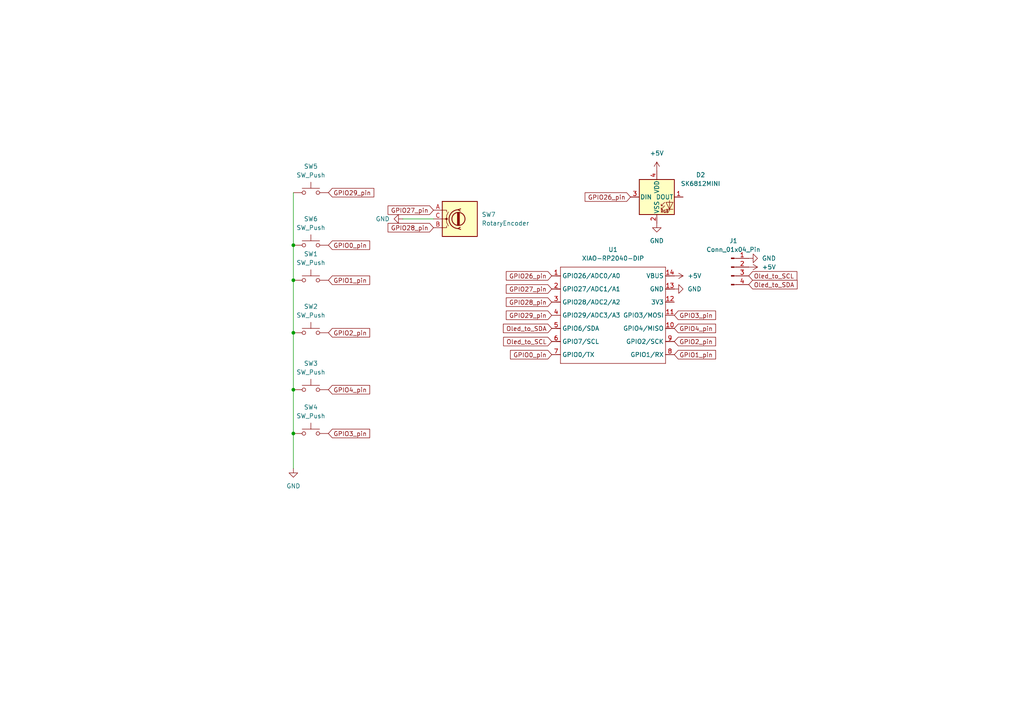
<source format=kicad_sch>
(kicad_sch
	(version 20250114)
	(generator "eeschema")
	(generator_version "9.0")
	(uuid "0432f6ff-af0e-458e-9114-0a169075d326")
	(paper "A4")
	(lib_symbols
		(symbol "Connector:Conn_01x04_Pin"
			(pin_names
				(offset 1.016)
				(hide yes)
			)
			(exclude_from_sim no)
			(in_bom yes)
			(on_board yes)
			(property "Reference" "J"
				(at 0 5.08 0)
				(effects
					(font
						(size 1.27 1.27)
					)
				)
			)
			(property "Value" "Conn_01x04_Pin"
				(at 0 -7.62 0)
				(effects
					(font
						(size 1.27 1.27)
					)
				)
			)
			(property "Footprint" ""
				(at 0 0 0)
				(effects
					(font
						(size 1.27 1.27)
					)
					(hide yes)
				)
			)
			(property "Datasheet" "~"
				(at 0 0 0)
				(effects
					(font
						(size 1.27 1.27)
					)
					(hide yes)
				)
			)
			(property "Description" "Generic connector, single row, 01x04, script generated"
				(at 0 0 0)
				(effects
					(font
						(size 1.27 1.27)
					)
					(hide yes)
				)
			)
			(property "ki_locked" ""
				(at 0 0 0)
				(effects
					(font
						(size 1.27 1.27)
					)
				)
			)
			(property "ki_keywords" "connector"
				(at 0 0 0)
				(effects
					(font
						(size 1.27 1.27)
					)
					(hide yes)
				)
			)
			(property "ki_fp_filters" "Connector*:*_1x??_*"
				(at 0 0 0)
				(effects
					(font
						(size 1.27 1.27)
					)
					(hide yes)
				)
			)
			(symbol "Conn_01x04_Pin_1_1"
				(rectangle
					(start 0.8636 2.667)
					(end 0 2.413)
					(stroke
						(width 0.1524)
						(type default)
					)
					(fill
						(type outline)
					)
				)
				(rectangle
					(start 0.8636 0.127)
					(end 0 -0.127)
					(stroke
						(width 0.1524)
						(type default)
					)
					(fill
						(type outline)
					)
				)
				(rectangle
					(start 0.8636 -2.413)
					(end 0 -2.667)
					(stroke
						(width 0.1524)
						(type default)
					)
					(fill
						(type outline)
					)
				)
				(rectangle
					(start 0.8636 -4.953)
					(end 0 -5.207)
					(stroke
						(width 0.1524)
						(type default)
					)
					(fill
						(type outline)
					)
				)
				(polyline
					(pts
						(xy 1.27 2.54) (xy 0.8636 2.54)
					)
					(stroke
						(width 0.1524)
						(type default)
					)
					(fill
						(type none)
					)
				)
				(polyline
					(pts
						(xy 1.27 0) (xy 0.8636 0)
					)
					(stroke
						(width 0.1524)
						(type default)
					)
					(fill
						(type none)
					)
				)
				(polyline
					(pts
						(xy 1.27 -2.54) (xy 0.8636 -2.54)
					)
					(stroke
						(width 0.1524)
						(type default)
					)
					(fill
						(type none)
					)
				)
				(polyline
					(pts
						(xy 1.27 -5.08) (xy 0.8636 -5.08)
					)
					(stroke
						(width 0.1524)
						(type default)
					)
					(fill
						(type none)
					)
				)
				(pin passive line
					(at 5.08 2.54 180)
					(length 3.81)
					(name "Pin_1"
						(effects
							(font
								(size 1.27 1.27)
							)
						)
					)
					(number "1"
						(effects
							(font
								(size 1.27 1.27)
							)
						)
					)
				)
				(pin passive line
					(at 5.08 0 180)
					(length 3.81)
					(name "Pin_2"
						(effects
							(font
								(size 1.27 1.27)
							)
						)
					)
					(number "2"
						(effects
							(font
								(size 1.27 1.27)
							)
						)
					)
				)
				(pin passive line
					(at 5.08 -2.54 180)
					(length 3.81)
					(name "Pin_3"
						(effects
							(font
								(size 1.27 1.27)
							)
						)
					)
					(number "3"
						(effects
							(font
								(size 1.27 1.27)
							)
						)
					)
				)
				(pin passive line
					(at 5.08 -5.08 180)
					(length 3.81)
					(name "Pin_4"
						(effects
							(font
								(size 1.27 1.27)
							)
						)
					)
					(number "4"
						(effects
							(font
								(size 1.27 1.27)
							)
						)
					)
				)
			)
			(embedded_fonts no)
		)
		(symbol "Device:RotaryEncoder"
			(pin_names
				(offset 0.254)
				(hide yes)
			)
			(exclude_from_sim no)
			(in_bom yes)
			(on_board yes)
			(property "Reference" "SW"
				(at 0 6.604 0)
				(effects
					(font
						(size 1.27 1.27)
					)
				)
			)
			(property "Value" "RotaryEncoder"
				(at 0 -6.604 0)
				(effects
					(font
						(size 1.27 1.27)
					)
				)
			)
			(property "Footprint" ""
				(at -3.81 4.064 0)
				(effects
					(font
						(size 1.27 1.27)
					)
					(hide yes)
				)
			)
			(property "Datasheet" "~"
				(at 0 6.604 0)
				(effects
					(font
						(size 1.27 1.27)
					)
					(hide yes)
				)
			)
			(property "Description" "Rotary encoder, dual channel, incremental quadrate outputs"
				(at 0 0 0)
				(effects
					(font
						(size 1.27 1.27)
					)
					(hide yes)
				)
			)
			(property "ki_keywords" "rotary switch encoder"
				(at 0 0 0)
				(effects
					(font
						(size 1.27 1.27)
					)
					(hide yes)
				)
			)
			(property "ki_fp_filters" "RotaryEncoder*"
				(at 0 0 0)
				(effects
					(font
						(size 1.27 1.27)
					)
					(hide yes)
				)
			)
			(symbol "RotaryEncoder_0_1"
				(rectangle
					(start -5.08 5.08)
					(end 5.08 -5.08)
					(stroke
						(width 0.254)
						(type default)
					)
					(fill
						(type background)
					)
				)
				(polyline
					(pts
						(xy -5.08 2.54) (xy -3.81 2.54) (xy -3.81 2.032)
					)
					(stroke
						(width 0)
						(type default)
					)
					(fill
						(type none)
					)
				)
				(polyline
					(pts
						(xy -5.08 0) (xy -3.81 0) (xy -3.81 -1.016) (xy -3.302 -2.032)
					)
					(stroke
						(width 0)
						(type default)
					)
					(fill
						(type none)
					)
				)
				(polyline
					(pts
						(xy -5.08 -2.54) (xy -3.81 -2.54) (xy -3.81 -2.032)
					)
					(stroke
						(width 0)
						(type default)
					)
					(fill
						(type none)
					)
				)
				(polyline
					(pts
						(xy -4.318 0) (xy -3.81 0) (xy -3.81 1.016) (xy -3.302 2.032)
					)
					(stroke
						(width 0)
						(type default)
					)
					(fill
						(type none)
					)
				)
				(circle
					(center -3.81 0)
					(radius 0.254)
					(stroke
						(width 0)
						(type default)
					)
					(fill
						(type outline)
					)
				)
				(polyline
					(pts
						(xy -0.635 -1.778) (xy -0.635 1.778)
					)
					(stroke
						(width 0.254)
						(type default)
					)
					(fill
						(type none)
					)
				)
				(circle
					(center -0.381 0)
					(radius 1.905)
					(stroke
						(width 0.254)
						(type default)
					)
					(fill
						(type none)
					)
				)
				(polyline
					(pts
						(xy -0.381 -1.778) (xy -0.381 1.778)
					)
					(stroke
						(width 0.254)
						(type default)
					)
					(fill
						(type none)
					)
				)
				(arc
					(start -0.381 -2.794)
					(mid -3.0988 -0.0635)
					(end -0.381 2.667)
					(stroke
						(width 0.254)
						(type default)
					)
					(fill
						(type none)
					)
				)
				(polyline
					(pts
						(xy -0.127 1.778) (xy -0.127 -1.778)
					)
					(stroke
						(width 0.254)
						(type default)
					)
					(fill
						(type none)
					)
				)
				(polyline
					(pts
						(xy 0.254 2.921) (xy -0.508 2.667) (xy 0.127 2.286)
					)
					(stroke
						(width 0.254)
						(type default)
					)
					(fill
						(type none)
					)
				)
				(polyline
					(pts
						(xy 0.254 -3.048) (xy -0.508 -2.794) (xy 0.127 -2.413)
					)
					(stroke
						(width 0.254)
						(type default)
					)
					(fill
						(type none)
					)
				)
			)
			(symbol "RotaryEncoder_1_1"
				(pin passive line
					(at -7.62 2.54 0)
					(length 2.54)
					(name "A"
						(effects
							(font
								(size 1.27 1.27)
							)
						)
					)
					(number "A"
						(effects
							(font
								(size 1.27 1.27)
							)
						)
					)
				)
				(pin passive line
					(at -7.62 0 0)
					(length 2.54)
					(name "C"
						(effects
							(font
								(size 1.27 1.27)
							)
						)
					)
					(number "C"
						(effects
							(font
								(size 1.27 1.27)
							)
						)
					)
				)
				(pin passive line
					(at -7.62 -2.54 0)
					(length 2.54)
					(name "B"
						(effects
							(font
								(size 1.27 1.27)
							)
						)
					)
					(number "B"
						(effects
							(font
								(size 1.27 1.27)
							)
						)
					)
				)
			)
			(embedded_fonts no)
		)
		(symbol "LED:SK6812MINI"
			(pin_names
				(offset 0.254)
			)
			(exclude_from_sim no)
			(in_bom yes)
			(on_board yes)
			(property "Reference" "D"
				(at 5.08 5.715 0)
				(effects
					(font
						(size 1.27 1.27)
					)
					(justify right bottom)
				)
			)
			(property "Value" "SK6812MINI"
				(at 1.27 -5.715 0)
				(effects
					(font
						(size 1.27 1.27)
					)
					(justify left top)
				)
			)
			(property "Footprint" "LED_SMD:LED_SK6812MINI_PLCC4_3.5x3.5mm_P1.75mm"
				(at 1.27 -7.62 0)
				(effects
					(font
						(size 1.27 1.27)
					)
					(justify left top)
					(hide yes)
				)
			)
			(property "Datasheet" "https://cdn-shop.adafruit.com/product-files/2686/SK6812MINI_REV.01-1-2.pdf"
				(at 2.54 -9.525 0)
				(effects
					(font
						(size 1.27 1.27)
					)
					(justify left top)
					(hide yes)
				)
			)
			(property "Description" "RGB LED with integrated controller"
				(at 0 0 0)
				(effects
					(font
						(size 1.27 1.27)
					)
					(hide yes)
				)
			)
			(property "ki_keywords" "RGB LED NeoPixel Mini addressable"
				(at 0 0 0)
				(effects
					(font
						(size 1.27 1.27)
					)
					(hide yes)
				)
			)
			(property "ki_fp_filters" "LED*SK6812MINI*PLCC*3.5x3.5mm*P1.75mm*"
				(at 0 0 0)
				(effects
					(font
						(size 1.27 1.27)
					)
					(hide yes)
				)
			)
			(symbol "SK6812MINI_0_0"
				(text "RGB"
					(at 2.286 -4.191 0)
					(effects
						(font
							(size 0.762 0.762)
						)
					)
				)
			)
			(symbol "SK6812MINI_0_1"
				(polyline
					(pts
						(xy 1.27 -2.54) (xy 1.778 -2.54)
					)
					(stroke
						(width 0)
						(type default)
					)
					(fill
						(type none)
					)
				)
				(polyline
					(pts
						(xy 1.27 -3.556) (xy 1.778 -3.556)
					)
					(stroke
						(width 0)
						(type default)
					)
					(fill
						(type none)
					)
				)
				(polyline
					(pts
						(xy 2.286 -1.524) (xy 1.27 -2.54) (xy 1.27 -2.032)
					)
					(stroke
						(width 0)
						(type default)
					)
					(fill
						(type none)
					)
				)
				(polyline
					(pts
						(xy 2.286 -2.54) (xy 1.27 -3.556) (xy 1.27 -3.048)
					)
					(stroke
						(width 0)
						(type default)
					)
					(fill
						(type none)
					)
				)
				(polyline
					(pts
						(xy 3.683 -1.016) (xy 3.683 -3.556) (xy 3.683 -4.064)
					)
					(stroke
						(width 0)
						(type default)
					)
					(fill
						(type none)
					)
				)
				(polyline
					(pts
						(xy 4.699 -1.524) (xy 2.667 -1.524) (xy 3.683 -3.556) (xy 4.699 -1.524)
					)
					(stroke
						(width 0)
						(type default)
					)
					(fill
						(type none)
					)
				)
				(polyline
					(pts
						(xy 4.699 -3.556) (xy 2.667 -3.556)
					)
					(stroke
						(width 0)
						(type default)
					)
					(fill
						(type none)
					)
				)
				(rectangle
					(start 5.08 5.08)
					(end -5.08 -5.08)
					(stroke
						(width 0.254)
						(type default)
					)
					(fill
						(type background)
					)
				)
			)
			(symbol "SK6812MINI_1_1"
				(pin input line
					(at -7.62 0 0)
					(length 2.54)
					(name "DIN"
						(effects
							(font
								(size 1.27 1.27)
							)
						)
					)
					(number "3"
						(effects
							(font
								(size 1.27 1.27)
							)
						)
					)
				)
				(pin power_in line
					(at 0 7.62 270)
					(length 2.54)
					(name "VDD"
						(effects
							(font
								(size 1.27 1.27)
							)
						)
					)
					(number "4"
						(effects
							(font
								(size 1.27 1.27)
							)
						)
					)
				)
				(pin power_in line
					(at 0 -7.62 90)
					(length 2.54)
					(name "VSS"
						(effects
							(font
								(size 1.27 1.27)
							)
						)
					)
					(number "2"
						(effects
							(font
								(size 1.27 1.27)
							)
						)
					)
				)
				(pin output line
					(at 7.62 0 180)
					(length 2.54)
					(name "DOUT"
						(effects
							(font
								(size 1.27 1.27)
							)
						)
					)
					(number "1"
						(effects
							(font
								(size 1.27 1.27)
							)
						)
					)
				)
			)
			(embedded_fonts no)
		)
		(symbol "OPL:XIAO-RP2040-DIP"
			(exclude_from_sim no)
			(in_bom yes)
			(on_board yes)
			(property "Reference" "U"
				(at 0 0 0)
				(effects
					(font
						(size 1.27 1.27)
					)
				)
			)
			(property "Value" "XIAO-RP2040-DIP"
				(at 5.334 -1.778 0)
				(effects
					(font
						(size 1.27 1.27)
					)
				)
			)
			(property "Footprint" "Module:MOUDLE14P-XIAO-DIP-SMD"
				(at 14.478 -32.258 0)
				(effects
					(font
						(size 1.27 1.27)
					)
					(hide yes)
				)
			)
			(property "Datasheet" ""
				(at 0 0 0)
				(effects
					(font
						(size 1.27 1.27)
					)
					(hide yes)
				)
			)
			(property "Description" ""
				(at 0 0 0)
				(effects
					(font
						(size 1.27 1.27)
					)
					(hide yes)
				)
			)
			(symbol "XIAO-RP2040-DIP_1_0"
				(polyline
					(pts
						(xy -1.27 -2.54) (xy 29.21 -2.54)
					)
					(stroke
						(width 0.1524)
						(type solid)
					)
					(fill
						(type none)
					)
				)
				(polyline
					(pts
						(xy -1.27 -5.08) (xy -2.54 -5.08)
					)
					(stroke
						(width 0.1524)
						(type solid)
					)
					(fill
						(type none)
					)
				)
				(polyline
					(pts
						(xy -1.27 -5.08) (xy -1.27 -2.54)
					)
					(stroke
						(width 0.1524)
						(type solid)
					)
					(fill
						(type none)
					)
				)
				(polyline
					(pts
						(xy -1.27 -8.89) (xy -2.54 -8.89)
					)
					(stroke
						(width 0.1524)
						(type solid)
					)
					(fill
						(type none)
					)
				)
				(polyline
					(pts
						(xy -1.27 -8.89) (xy -1.27 -5.08)
					)
					(stroke
						(width 0.1524)
						(type solid)
					)
					(fill
						(type none)
					)
				)
				(polyline
					(pts
						(xy -1.27 -12.7) (xy -2.54 -12.7)
					)
					(stroke
						(width 0.1524)
						(type solid)
					)
					(fill
						(type none)
					)
				)
				(polyline
					(pts
						(xy -1.27 -12.7) (xy -1.27 -8.89)
					)
					(stroke
						(width 0.1524)
						(type solid)
					)
					(fill
						(type none)
					)
				)
				(polyline
					(pts
						(xy -1.27 -16.51) (xy -2.54 -16.51)
					)
					(stroke
						(width 0.1524)
						(type solid)
					)
					(fill
						(type none)
					)
				)
				(polyline
					(pts
						(xy -1.27 -16.51) (xy -1.27 -12.7)
					)
					(stroke
						(width 0.1524)
						(type solid)
					)
					(fill
						(type none)
					)
				)
				(polyline
					(pts
						(xy -1.27 -20.32) (xy -2.54 -20.32)
					)
					(stroke
						(width 0.1524)
						(type solid)
					)
					(fill
						(type none)
					)
				)
				(polyline
					(pts
						(xy -1.27 -24.13) (xy -2.54 -24.13)
					)
					(stroke
						(width 0.1524)
						(type solid)
					)
					(fill
						(type none)
					)
				)
				(polyline
					(pts
						(xy -1.27 -27.94) (xy -2.54 -27.94)
					)
					(stroke
						(width 0.1524)
						(type solid)
					)
					(fill
						(type none)
					)
				)
				(polyline
					(pts
						(xy -1.27 -30.48) (xy -1.27 -16.51)
					)
					(stroke
						(width 0.1524)
						(type solid)
					)
					(fill
						(type none)
					)
				)
				(polyline
					(pts
						(xy 29.21 -2.54) (xy 29.21 -5.08)
					)
					(stroke
						(width 0.1524)
						(type solid)
					)
					(fill
						(type none)
					)
				)
				(polyline
					(pts
						(xy 29.21 -5.08) (xy 29.21 -8.89)
					)
					(stroke
						(width 0.1524)
						(type solid)
					)
					(fill
						(type none)
					)
				)
				(polyline
					(pts
						(xy 29.21 -8.89) (xy 29.21 -12.7)
					)
					(stroke
						(width 0.1524)
						(type solid)
					)
					(fill
						(type none)
					)
				)
				(polyline
					(pts
						(xy 29.21 -12.7) (xy 29.21 -30.48)
					)
					(stroke
						(width 0.1524)
						(type solid)
					)
					(fill
						(type none)
					)
				)
				(polyline
					(pts
						(xy 29.21 -30.48) (xy -1.27 -30.48)
					)
					(stroke
						(width 0.1524)
						(type solid)
					)
					(fill
						(type none)
					)
				)
				(polyline
					(pts
						(xy 30.48 -5.08) (xy 29.21 -5.08)
					)
					(stroke
						(width 0.1524)
						(type solid)
					)
					(fill
						(type none)
					)
				)
				(polyline
					(pts
						(xy 30.48 -8.89) (xy 29.21 -8.89)
					)
					(stroke
						(width 0.1524)
						(type solid)
					)
					(fill
						(type none)
					)
				)
				(polyline
					(pts
						(xy 30.48 -12.7) (xy 29.21 -12.7)
					)
					(stroke
						(width 0.1524)
						(type solid)
					)
					(fill
						(type none)
					)
				)
				(polyline
					(pts
						(xy 30.48 -16.51) (xy 29.21 -16.51)
					)
					(stroke
						(width 0.1524)
						(type solid)
					)
					(fill
						(type none)
					)
				)
				(polyline
					(pts
						(xy 30.48 -20.32) (xy 29.21 -20.32)
					)
					(stroke
						(width 0.1524)
						(type solid)
					)
					(fill
						(type none)
					)
				)
				(polyline
					(pts
						(xy 30.48 -24.13) (xy 29.21 -24.13)
					)
					(stroke
						(width 0.1524)
						(type solid)
					)
					(fill
						(type none)
					)
				)
				(polyline
					(pts
						(xy 30.48 -27.94) (xy 29.21 -27.94)
					)
					(stroke
						(width 0.1524)
						(type solid)
					)
					(fill
						(type none)
					)
				)
				(pin passive line
					(at -3.81 -5.08 0)
					(length 2.54)
					(name "GPIO26/ADC0/A0"
						(effects
							(font
								(size 1.27 1.27)
							)
						)
					)
					(number "1"
						(effects
							(font
								(size 1.27 1.27)
							)
						)
					)
				)
				(pin passive line
					(at -3.81 -8.89 0)
					(length 2.54)
					(name "GPIO27/ADC1/A1"
						(effects
							(font
								(size 1.27 1.27)
							)
						)
					)
					(number "2"
						(effects
							(font
								(size 1.27 1.27)
							)
						)
					)
				)
				(pin passive line
					(at -3.81 -12.7 0)
					(length 2.54)
					(name "GPIO28/ADC2/A2"
						(effects
							(font
								(size 1.27 1.27)
							)
						)
					)
					(number "3"
						(effects
							(font
								(size 1.27 1.27)
							)
						)
					)
				)
				(pin passive line
					(at -3.81 -16.51 0)
					(length 2.54)
					(name "GPIO29/ADC3/A3"
						(effects
							(font
								(size 1.27 1.27)
							)
						)
					)
					(number "4"
						(effects
							(font
								(size 1.27 1.27)
							)
						)
					)
				)
				(pin passive line
					(at -3.81 -20.32 0)
					(length 2.54)
					(name "GPIO6/SDA"
						(effects
							(font
								(size 1.27 1.27)
							)
						)
					)
					(number "5"
						(effects
							(font
								(size 1.27 1.27)
							)
						)
					)
				)
				(pin passive line
					(at -3.81 -24.13 0)
					(length 2.54)
					(name "GPIO7/SCL"
						(effects
							(font
								(size 1.27 1.27)
							)
						)
					)
					(number "6"
						(effects
							(font
								(size 1.27 1.27)
							)
						)
					)
				)
				(pin passive line
					(at -3.81 -27.94 0)
					(length 2.54)
					(name "GPIO0/TX"
						(effects
							(font
								(size 1.27 1.27)
							)
						)
					)
					(number "7"
						(effects
							(font
								(size 1.27 1.27)
							)
						)
					)
				)
				(pin passive line
					(at 31.75 -5.08 180)
					(length 2.54)
					(name "VBUS"
						(effects
							(font
								(size 1.27 1.27)
							)
						)
					)
					(number "14"
						(effects
							(font
								(size 1.27 1.27)
							)
						)
					)
				)
				(pin passive line
					(at 31.75 -8.89 180)
					(length 2.54)
					(name "GND"
						(effects
							(font
								(size 1.27 1.27)
							)
						)
					)
					(number "13"
						(effects
							(font
								(size 1.27 1.27)
							)
						)
					)
				)
				(pin passive line
					(at 31.75 -12.7 180)
					(length 2.54)
					(name "3V3"
						(effects
							(font
								(size 1.27 1.27)
							)
						)
					)
					(number "12"
						(effects
							(font
								(size 1.27 1.27)
							)
						)
					)
				)
				(pin passive line
					(at 31.75 -16.51 180)
					(length 2.54)
					(name "GPIO3/MOSI"
						(effects
							(font
								(size 1.27 1.27)
							)
						)
					)
					(number "11"
						(effects
							(font
								(size 1.27 1.27)
							)
						)
					)
				)
				(pin passive line
					(at 31.75 -20.32 180)
					(length 2.54)
					(name "GPIO4/MISO"
						(effects
							(font
								(size 1.27 1.27)
							)
						)
					)
					(number "10"
						(effects
							(font
								(size 1.27 1.27)
							)
						)
					)
				)
				(pin passive line
					(at 31.75 -24.13 180)
					(length 2.54)
					(name "GPIO2/SCK"
						(effects
							(font
								(size 1.27 1.27)
							)
						)
					)
					(number "9"
						(effects
							(font
								(size 1.27 1.27)
							)
						)
					)
				)
				(pin passive line
					(at 31.75 -27.94 180)
					(length 2.54)
					(name "GPIO1/RX"
						(effects
							(font
								(size 1.27 1.27)
							)
						)
					)
					(number "8"
						(effects
							(font
								(size 1.27 1.27)
							)
						)
					)
				)
			)
			(embedded_fonts no)
		)
		(symbol "Switch:SW_Push"
			(pin_numbers
				(hide yes)
			)
			(pin_names
				(offset 1.016)
				(hide yes)
			)
			(exclude_from_sim no)
			(in_bom yes)
			(on_board yes)
			(property "Reference" "SW"
				(at 1.27 2.54 0)
				(effects
					(font
						(size 1.27 1.27)
					)
					(justify left)
				)
			)
			(property "Value" "SW_Push"
				(at 0 -1.524 0)
				(effects
					(font
						(size 1.27 1.27)
					)
				)
			)
			(property "Footprint" ""
				(at 0 5.08 0)
				(effects
					(font
						(size 1.27 1.27)
					)
					(hide yes)
				)
			)
			(property "Datasheet" "~"
				(at 0 5.08 0)
				(effects
					(font
						(size 1.27 1.27)
					)
					(hide yes)
				)
			)
			(property "Description" "Push button switch, generic, two pins"
				(at 0 0 0)
				(effects
					(font
						(size 1.27 1.27)
					)
					(hide yes)
				)
			)
			(property "ki_keywords" "switch normally-open pushbutton push-button"
				(at 0 0 0)
				(effects
					(font
						(size 1.27 1.27)
					)
					(hide yes)
				)
			)
			(symbol "SW_Push_0_1"
				(circle
					(center -2.032 0)
					(radius 0.508)
					(stroke
						(width 0)
						(type default)
					)
					(fill
						(type none)
					)
				)
				(polyline
					(pts
						(xy 0 1.27) (xy 0 3.048)
					)
					(stroke
						(width 0)
						(type default)
					)
					(fill
						(type none)
					)
				)
				(circle
					(center 2.032 0)
					(radius 0.508)
					(stroke
						(width 0)
						(type default)
					)
					(fill
						(type none)
					)
				)
				(polyline
					(pts
						(xy 2.54 1.27) (xy -2.54 1.27)
					)
					(stroke
						(width 0)
						(type default)
					)
					(fill
						(type none)
					)
				)
				(pin passive line
					(at -5.08 0 0)
					(length 2.54)
					(name "1"
						(effects
							(font
								(size 1.27 1.27)
							)
						)
					)
					(number "1"
						(effects
							(font
								(size 1.27 1.27)
							)
						)
					)
				)
				(pin passive line
					(at 5.08 0 180)
					(length 2.54)
					(name "2"
						(effects
							(font
								(size 1.27 1.27)
							)
						)
					)
					(number "2"
						(effects
							(font
								(size 1.27 1.27)
							)
						)
					)
				)
			)
			(embedded_fonts no)
		)
		(symbol "power:+5V"
			(power)
			(pin_numbers
				(hide yes)
			)
			(pin_names
				(offset 0)
				(hide yes)
			)
			(exclude_from_sim no)
			(in_bom yes)
			(on_board yes)
			(property "Reference" "#PWR"
				(at 0 -3.81 0)
				(effects
					(font
						(size 1.27 1.27)
					)
					(hide yes)
				)
			)
			(property "Value" "+5V"
				(at 0 3.556 0)
				(effects
					(font
						(size 1.27 1.27)
					)
				)
			)
			(property "Footprint" ""
				(at 0 0 0)
				(effects
					(font
						(size 1.27 1.27)
					)
					(hide yes)
				)
			)
			(property "Datasheet" ""
				(at 0 0 0)
				(effects
					(font
						(size 1.27 1.27)
					)
					(hide yes)
				)
			)
			(property "Description" "Power symbol creates a global label with name \"+5V\""
				(at 0 0 0)
				(effects
					(font
						(size 1.27 1.27)
					)
					(hide yes)
				)
			)
			(property "ki_keywords" "global power"
				(at 0 0 0)
				(effects
					(font
						(size 1.27 1.27)
					)
					(hide yes)
				)
			)
			(symbol "+5V_0_1"
				(polyline
					(pts
						(xy -0.762 1.27) (xy 0 2.54)
					)
					(stroke
						(width 0)
						(type default)
					)
					(fill
						(type none)
					)
				)
				(polyline
					(pts
						(xy 0 2.54) (xy 0.762 1.27)
					)
					(stroke
						(width 0)
						(type default)
					)
					(fill
						(type none)
					)
				)
				(polyline
					(pts
						(xy 0 0) (xy 0 2.54)
					)
					(stroke
						(width 0)
						(type default)
					)
					(fill
						(type none)
					)
				)
			)
			(symbol "+5V_1_1"
				(pin power_in line
					(at 0 0 90)
					(length 0)
					(name "~"
						(effects
							(font
								(size 1.27 1.27)
							)
						)
					)
					(number "1"
						(effects
							(font
								(size 1.27 1.27)
							)
						)
					)
				)
			)
			(embedded_fonts no)
		)
		(symbol "power:GND"
			(power)
			(pin_numbers
				(hide yes)
			)
			(pin_names
				(offset 0)
				(hide yes)
			)
			(exclude_from_sim no)
			(in_bom yes)
			(on_board yes)
			(property "Reference" "#PWR"
				(at 0 -6.35 0)
				(effects
					(font
						(size 1.27 1.27)
					)
					(hide yes)
				)
			)
			(property "Value" "GND"
				(at 0 -3.81 0)
				(effects
					(font
						(size 1.27 1.27)
					)
				)
			)
			(property "Footprint" ""
				(at 0 0 0)
				(effects
					(font
						(size 1.27 1.27)
					)
					(hide yes)
				)
			)
			(property "Datasheet" ""
				(at 0 0 0)
				(effects
					(font
						(size 1.27 1.27)
					)
					(hide yes)
				)
			)
			(property "Description" "Power symbol creates a global label with name \"GND\" , ground"
				(at 0 0 0)
				(effects
					(font
						(size 1.27 1.27)
					)
					(hide yes)
				)
			)
			(property "ki_keywords" "global power"
				(at 0 0 0)
				(effects
					(font
						(size 1.27 1.27)
					)
					(hide yes)
				)
			)
			(symbol "GND_0_1"
				(polyline
					(pts
						(xy 0 0) (xy 0 -1.27) (xy 1.27 -1.27) (xy 0 -2.54) (xy -1.27 -1.27) (xy 0 -1.27)
					)
					(stroke
						(width 0)
						(type default)
					)
					(fill
						(type none)
					)
				)
			)
			(symbol "GND_1_1"
				(pin power_in line
					(at 0 0 270)
					(length 0)
					(name "~"
						(effects
							(font
								(size 1.27 1.27)
							)
						)
					)
					(number "1"
						(effects
							(font
								(size 1.27 1.27)
							)
						)
					)
				)
			)
			(embedded_fonts no)
		)
	)
	(junction
		(at 85.09 113.03)
		(diameter 0)
		(color 0 0 0 0)
		(uuid "56a88438-a39a-4bf8-bf27-7095d62676be")
	)
	(junction
		(at 85.09 96.52)
		(diameter 0)
		(color 0 0 0 0)
		(uuid "651c6875-a44c-4a16-a2d5-2787b8a964b6")
	)
	(junction
		(at 85.09 71.12)
		(diameter 0)
		(color 0 0 0 0)
		(uuid "9892c454-e98e-4c6d-b32e-bc7df2577157")
	)
	(junction
		(at 85.09 125.73)
		(diameter 0)
		(color 0 0 0 0)
		(uuid "d66a07da-40e7-48eb-ba1c-fed5b090f858")
	)
	(junction
		(at 85.09 81.28)
		(diameter 0)
		(color 0 0 0 0)
		(uuid "dc1cdbdf-dfd0-47ed-9c65-bf59e9d88ede")
	)
	(wire
		(pts
			(xy 85.09 96.52) (xy 85.09 113.03)
		)
		(stroke
			(width 0)
			(type default)
		)
		(uuid "0d0eb40e-db1a-43e3-b2b4-bef7192e2cc4")
	)
	(wire
		(pts
			(xy 85.09 125.73) (xy 85.09 135.89)
		)
		(stroke
			(width 0)
			(type default)
		)
		(uuid "0e0c5455-776b-4e56-9774-1141e16ee112")
	)
	(wire
		(pts
			(xy 85.09 71.12) (xy 85.09 81.28)
		)
		(stroke
			(width 0)
			(type default)
		)
		(uuid "3268ad3e-e189-4880-bbcc-103218d838c6")
	)
	(wire
		(pts
			(xy 116.84 63.5) (xy 125.73 63.5)
		)
		(stroke
			(width 0)
			(type default)
		)
		(uuid "4c3d1286-b663-49f6-850e-8fe2ce061c42")
	)
	(wire
		(pts
			(xy 85.09 113.03) (xy 85.09 125.73)
		)
		(stroke
			(width 0)
			(type default)
		)
		(uuid "845de5f1-be93-4eda-96f4-9c47f7209172")
	)
	(wire
		(pts
			(xy 85.09 55.88) (xy 85.09 71.12)
		)
		(stroke
			(width 0)
			(type default)
		)
		(uuid "9a0d013b-9203-4987-92b4-f60c19d0f530")
	)
	(wire
		(pts
			(xy 85.09 81.28) (xy 85.09 96.52)
		)
		(stroke
			(width 0)
			(type default)
		)
		(uuid "f04c1b0b-9194-43c5-8624-0da12c622c18")
	)
	(global_label "GPIO1_pin"
		(shape input)
		(at 195.58 102.87 0)
		(fields_autoplaced yes)
		(effects
			(font
				(size 1.27 1.27)
			)
			(justify left)
		)
		(uuid "07c3b8f7-7c1f-49bc-82ac-a89d9a676f4e")
		(property "Intersheetrefs" "${INTERSHEET_REFS}"
			(at 208.1204 102.87 0)
			(effects
				(font
					(size 1.27 1.27)
				)
				(justify left)
				(hide yes)
			)
		)
	)
	(global_label "GPIO29_pin"
		(shape input)
		(at 160.02 91.44 180)
		(fields_autoplaced yes)
		(effects
			(font
				(size 1.27 1.27)
			)
			(justify right)
		)
		(uuid "12654b74-adbb-4ab6-9af6-6b1f414e6b67")
		(property "Intersheetrefs" "${INTERSHEET_REFS}"
			(at 146.2701 91.44 0)
			(effects
				(font
					(size 1.27 1.27)
				)
				(justify right)
				(hide yes)
			)
		)
	)
	(global_label "GPIO29_pin"
		(shape input)
		(at 95.25 55.88 0)
		(fields_autoplaced yes)
		(effects
			(font
				(size 1.27 1.27)
			)
			(justify left)
		)
		(uuid "18166e6a-d413-4f69-9cb7-13441829e211")
		(property "Intersheetrefs" "${INTERSHEET_REFS}"
			(at 108.9999 55.88 0)
			(effects
				(font
					(size 1.27 1.27)
				)
				(justify left)
				(hide yes)
			)
		)
	)
	(global_label "GPIO28_pin"
		(shape input)
		(at 125.73 66.04 180)
		(fields_autoplaced yes)
		(effects
			(font
				(size 1.27 1.27)
			)
			(justify right)
		)
		(uuid "1c4ada01-9eaa-4017-b82d-9e44c60bfa15")
		(property "Intersheetrefs" "${INTERSHEET_REFS}"
			(at 111.9801 66.04 0)
			(effects
				(font
					(size 1.27 1.27)
				)
				(justify right)
				(hide yes)
			)
		)
	)
	(global_label "GPIO2_pin"
		(shape input)
		(at 195.58 99.06 0)
		(fields_autoplaced yes)
		(effects
			(font
				(size 1.27 1.27)
			)
			(justify left)
		)
		(uuid "26363ab8-059c-4ac1-81d7-b67f37dc6f7d")
		(property "Intersheetrefs" "${INTERSHEET_REFS}"
			(at 208.1204 99.06 0)
			(effects
				(font
					(size 1.27 1.27)
				)
				(justify left)
				(hide yes)
			)
		)
	)
	(global_label "GPIO4_pin"
		(shape input)
		(at 95.25 113.03 0)
		(fields_autoplaced yes)
		(effects
			(font
				(size 1.27 1.27)
			)
			(justify left)
		)
		(uuid "2ae075b9-70d5-4939-bbf7-d9d2d390791e")
		(property "Intersheetrefs" "${INTERSHEET_REFS}"
			(at 107.7904 113.03 0)
			(effects
				(font
					(size 1.27 1.27)
				)
				(justify left)
				(hide yes)
			)
		)
	)
	(global_label "GPIO3_pin"
		(shape input)
		(at 95.25 125.73 0)
		(fields_autoplaced yes)
		(effects
			(font
				(size 1.27 1.27)
			)
			(justify left)
		)
		(uuid "3605160e-04a2-4aef-801d-dea93605af73")
		(property "Intersheetrefs" "${INTERSHEET_REFS}"
			(at 107.7904 125.73 0)
			(effects
				(font
					(size 1.27 1.27)
				)
				(justify left)
				(hide yes)
			)
		)
	)
	(global_label "GPIO28_pin"
		(shape input)
		(at 160.02 87.63 180)
		(fields_autoplaced yes)
		(effects
			(font
				(size 1.27 1.27)
			)
			(justify right)
		)
		(uuid "3adb7b31-6512-4315-8a6f-b4bd5b08f267")
		(property "Intersheetrefs" "${INTERSHEET_REFS}"
			(at 146.2701 87.63 0)
			(effects
				(font
					(size 1.27 1.27)
				)
				(justify right)
				(hide yes)
			)
		)
	)
	(global_label "Oled_to_SCL"
		(shape input)
		(at 160.02 99.06 180)
		(fields_autoplaced yes)
		(effects
			(font
				(size 1.27 1.27)
			)
			(justify right)
		)
		(uuid "4a57d1cd-cd84-459c-9b72-fdb3c3fb7a21")
		(property "Intersheetrefs" "${INTERSHEET_REFS}"
			(at 145.484 99.06 0)
			(effects
				(font
					(size 1.27 1.27)
				)
				(justify right)
				(hide yes)
			)
		)
	)
	(global_label "GPIO2_pin"
		(shape input)
		(at 95.25 96.52 0)
		(fields_autoplaced yes)
		(effects
			(font
				(size 1.27 1.27)
			)
			(justify left)
		)
		(uuid "4f687b86-d88d-4b0e-96cd-5a6756707696")
		(property "Intersheetrefs" "${INTERSHEET_REFS}"
			(at 107.7904 96.52 0)
			(effects
				(font
					(size 1.27 1.27)
				)
				(justify left)
				(hide yes)
			)
		)
	)
	(global_label "GPIO27_pin"
		(shape input)
		(at 125.73 60.96 180)
		(fields_autoplaced yes)
		(effects
			(font
				(size 1.27 1.27)
			)
			(justify right)
		)
		(uuid "6dce18f5-292d-40e6-a0fa-d215702079cd")
		(property "Intersheetrefs" "${INTERSHEET_REFS}"
			(at 111.9801 60.96 0)
			(effects
				(font
					(size 1.27 1.27)
				)
				(justify right)
				(hide yes)
			)
		)
	)
	(global_label "Oled_to_SDA"
		(shape input)
		(at 217.17 82.55 0)
		(fields_autoplaced yes)
		(effects
			(font
				(size 1.27 1.27)
			)
			(justify left)
		)
		(uuid "70ed478c-d272-43e6-9ee7-2fe26e6bddcb")
		(property "Intersheetrefs" "${INTERSHEET_REFS}"
			(at 231.7665 82.55 0)
			(effects
				(font
					(size 1.27 1.27)
				)
				(justify left)
				(hide yes)
			)
		)
	)
	(global_label "GPIO0_pin"
		(shape input)
		(at 160.02 102.87 180)
		(fields_autoplaced yes)
		(effects
			(font
				(size 1.27 1.27)
			)
			(justify right)
		)
		(uuid "795f8f6f-2e73-4518-ae61-b3d863ebe2cc")
		(property "Intersheetrefs" "${INTERSHEET_REFS}"
			(at 147.4796 102.87 0)
			(effects
				(font
					(size 1.27 1.27)
				)
				(justify right)
				(hide yes)
			)
		)
	)
	(global_label "Oled_to_SCL"
		(shape input)
		(at 217.17 80.01 0)
		(fields_autoplaced yes)
		(effects
			(font
				(size 1.27 1.27)
			)
			(justify left)
		)
		(uuid "7c04f12d-873b-4dd0-afce-49c4205f7532")
		(property "Intersheetrefs" "${INTERSHEET_REFS}"
			(at 231.706 80.01 0)
			(effects
				(font
					(size 1.27 1.27)
				)
				(justify left)
				(hide yes)
			)
		)
	)
	(global_label "GPIO0_pin"
		(shape input)
		(at 95.25 71.12 0)
		(fields_autoplaced yes)
		(effects
			(font
				(size 1.27 1.27)
			)
			(justify left)
		)
		(uuid "83695726-e512-4664-898f-3773f6296329")
		(property "Intersheetrefs" "${INTERSHEET_REFS}"
			(at 107.7904 71.12 0)
			(effects
				(font
					(size 1.27 1.27)
				)
				(justify left)
				(hide yes)
			)
		)
	)
	(global_label "GPIO26_pin"
		(shape input)
		(at 160.02 80.01 180)
		(fields_autoplaced yes)
		(effects
			(font
				(size 1.27 1.27)
			)
			(justify right)
		)
		(uuid "863d53ad-773e-4e50-bb3b-a0f43dde8bd3")
		(property "Intersheetrefs" "${INTERSHEET_REFS}"
			(at 146.2701 80.01 0)
			(effects
				(font
					(size 1.27 1.27)
				)
				(justify right)
				(hide yes)
			)
		)
	)
	(global_label "GPIO26_pin"
		(shape input)
		(at 182.88 57.15 180)
		(fields_autoplaced yes)
		(effects
			(font
				(size 1.27 1.27)
			)
			(justify right)
		)
		(uuid "969e42aa-d099-455e-8aa0-f434a43ba5ad")
		(property "Intersheetrefs" "${INTERSHEET_REFS}"
			(at 169.1301 57.15 0)
			(effects
				(font
					(size 1.27 1.27)
				)
				(justify right)
				(hide yes)
			)
		)
	)
	(global_label "GPIO4_pin"
		(shape input)
		(at 195.58 95.25 0)
		(fields_autoplaced yes)
		(effects
			(font
				(size 1.27 1.27)
			)
			(justify left)
		)
		(uuid "aaabab4a-e761-44a5-967d-c085cf1515de")
		(property "Intersheetrefs" "${INTERSHEET_REFS}"
			(at 208.1204 95.25 0)
			(effects
				(font
					(size 1.27 1.27)
				)
				(justify left)
				(hide yes)
			)
		)
	)
	(global_label "GPIO3_pin"
		(shape input)
		(at 195.58 91.44 0)
		(fields_autoplaced yes)
		(effects
			(font
				(size 1.27 1.27)
			)
			(justify left)
		)
		(uuid "cd1372f8-7000-4909-a292-a121d962e7a6")
		(property "Intersheetrefs" "${INTERSHEET_REFS}"
			(at 208.1204 91.44 0)
			(effects
				(font
					(size 1.27 1.27)
				)
				(justify left)
				(hide yes)
			)
		)
	)
	(global_label "GPIO27_pin"
		(shape input)
		(at 160.02 83.82 180)
		(fields_autoplaced yes)
		(effects
			(font
				(size 1.27 1.27)
			)
			(justify right)
		)
		(uuid "f15a0c27-6e88-42b9-a9bd-944e5e7e6462")
		(property "Intersheetrefs" "${INTERSHEET_REFS}"
			(at 146.2701 83.82 0)
			(effects
				(font
					(size 1.27 1.27)
				)
				(justify right)
				(hide yes)
			)
		)
	)
	(global_label "GPIO1_pin"
		(shape input)
		(at 95.25 81.28 0)
		(fields_autoplaced yes)
		(effects
			(font
				(size 1.27 1.27)
			)
			(justify left)
		)
		(uuid "f42d34d6-4325-4fe7-8cfc-17326398375d")
		(property "Intersheetrefs" "${INTERSHEET_REFS}"
			(at 107.7904 81.28 0)
			(effects
				(font
					(size 1.27 1.27)
				)
				(justify left)
				(hide yes)
			)
		)
	)
	(global_label "Oled_to_SDA"
		(shape input)
		(at 160.02 95.25 180)
		(fields_autoplaced yes)
		(effects
			(font
				(size 1.27 1.27)
			)
			(justify right)
		)
		(uuid "f7f22473-7109-4146-9b70-15696b3749ae")
		(property "Intersheetrefs" "${INTERSHEET_REFS}"
			(at 145.4235 95.25 0)
			(effects
				(font
					(size 1.27 1.27)
				)
				(justify right)
				(hide yes)
			)
		)
	)
	(symbol
		(lib_id "Switch:SW_Push")
		(at 90.17 55.88 0)
		(unit 1)
		(exclude_from_sim no)
		(in_bom yes)
		(on_board yes)
		(dnp no)
		(uuid "059f1c9f-81bf-463b-a3f4-df934be6651c")
		(property "Reference" "SW5"
			(at 90.17 48.26 0)
			(effects
				(font
					(size 1.27 1.27)
				)
			)
		)
		(property "Value" "SW_Push"
			(at 90.17 50.8 0)
			(effects
				(font
					(size 1.27 1.27)
				)
			)
		)
		(property "Footprint" "Button_Switch_Keyboard:SW_Cherry_MX_1.00u_PCB"
			(at 90.17 50.8 0)
			(effects
				(font
					(size 1.27 1.27)
				)
				(hide yes)
			)
		)
		(property "Datasheet" "~"
			(at 90.17 50.8 0)
			(effects
				(font
					(size 1.27 1.27)
				)
				(hide yes)
			)
		)
		(property "Description" "Push button switch, generic, two pins"
			(at 90.17 55.88 0)
			(effects
				(font
					(size 1.27 1.27)
				)
				(hide yes)
			)
		)
		(pin "2"
			(uuid "61e5e793-a401-41df-b8fd-42d77fa55a0e")
		)
		(pin "1"
			(uuid "9e867f6b-6f2b-431b-8f46-010d0167cb8c")
		)
		(instances
			(project "Macropad project beginner"
				(path "/0432f6ff-af0e-458e-9114-0a169075d326"
					(reference "SW5")
					(unit 1)
				)
			)
		)
	)
	(symbol
		(lib_id "Switch:SW_Push")
		(at 90.17 81.28 0)
		(unit 1)
		(exclude_from_sim no)
		(in_bom yes)
		(on_board yes)
		(dnp no)
		(uuid "1807fd2b-e885-493c-b51d-d793744bf17d")
		(property "Reference" "SW1"
			(at 90.17 73.66 0)
			(effects
				(font
					(size 1.27 1.27)
				)
			)
		)
		(property "Value" "SW_Push"
			(at 90.17 76.2 0)
			(effects
				(font
					(size 1.27 1.27)
				)
			)
		)
		(property "Footprint" "Button_Switch_Keyboard:SW_Cherry_MX_1.00u_PCB"
			(at 90.17 76.2 0)
			(effects
				(font
					(size 1.27 1.27)
				)
				(hide yes)
			)
		)
		(property "Datasheet" "~"
			(at 90.17 76.2 0)
			(effects
				(font
					(size 1.27 1.27)
				)
				(hide yes)
			)
		)
		(property "Description" "Push button switch, generic, two pins"
			(at 90.17 81.28 0)
			(effects
				(font
					(size 1.27 1.27)
				)
				(hide yes)
			)
		)
		(pin "2"
			(uuid "3316cb1f-fe04-4fb6-a58b-0a9850cc680e")
		)
		(pin "1"
			(uuid "025989a1-f2d7-49dc-9b35-46b326c6ca4c")
		)
		(instances
			(project ""
				(path "/0432f6ff-af0e-458e-9114-0a169075d326"
					(reference "SW1")
					(unit 1)
				)
			)
		)
	)
	(symbol
		(lib_id "power:GND")
		(at 217.17 74.93 90)
		(unit 1)
		(exclude_from_sim no)
		(in_bom yes)
		(on_board yes)
		(dnp no)
		(fields_autoplaced yes)
		(uuid "1de81afe-137c-471d-b941-87701e946047")
		(property "Reference" "#PWR06"
			(at 223.52 74.93 0)
			(effects
				(font
					(size 1.27 1.27)
				)
				(hide yes)
			)
		)
		(property "Value" "GND"
			(at 220.98 74.9299 90)
			(effects
				(font
					(size 1.27 1.27)
				)
				(justify right)
			)
		)
		(property "Footprint" ""
			(at 217.17 74.93 0)
			(effects
				(font
					(size 1.27 1.27)
				)
				(hide yes)
			)
		)
		(property "Datasheet" ""
			(at 217.17 74.93 0)
			(effects
				(font
					(size 1.27 1.27)
				)
				(hide yes)
			)
		)
		(property "Description" "Power symbol creates a global label with name \"GND\" , ground"
			(at 217.17 74.93 0)
			(effects
				(font
					(size 1.27 1.27)
				)
				(hide yes)
			)
		)
		(pin "1"
			(uuid "a22a9bed-1323-46a5-af2a-9ada069e40b6")
		)
		(instances
			(project ""
				(path "/0432f6ff-af0e-458e-9114-0a169075d326"
					(reference "#PWR06")
					(unit 1)
				)
			)
		)
	)
	(symbol
		(lib_id "power:GND")
		(at 116.84 63.5 270)
		(unit 1)
		(exclude_from_sim no)
		(in_bom yes)
		(on_board yes)
		(dnp no)
		(fields_autoplaced yes)
		(uuid "456d6e43-4b10-4f47-aff2-7a2cfc0b0bea")
		(property "Reference" "#PWR08"
			(at 110.49 63.5 0)
			(effects
				(font
					(size 1.27 1.27)
				)
				(hide yes)
			)
		)
		(property "Value" "GND"
			(at 113.03 63.4999 90)
			(effects
				(font
					(size 1.27 1.27)
				)
				(justify right)
			)
		)
		(property "Footprint" ""
			(at 116.84 63.5 0)
			(effects
				(font
					(size 1.27 1.27)
				)
				(hide yes)
			)
		)
		(property "Datasheet" ""
			(at 116.84 63.5 0)
			(effects
				(font
					(size 1.27 1.27)
				)
				(hide yes)
			)
		)
		(property "Description" "Power symbol creates a global label with name \"GND\" , ground"
			(at 116.84 63.5 0)
			(effects
				(font
					(size 1.27 1.27)
				)
				(hide yes)
			)
		)
		(pin "1"
			(uuid "3d6300c8-eaa5-4416-b3a0-f485d8a92029")
		)
		(instances
			(project ""
				(path "/0432f6ff-af0e-458e-9114-0a169075d326"
					(reference "#PWR08")
					(unit 1)
				)
			)
		)
	)
	(symbol
		(lib_id "Switch:SW_Push")
		(at 90.17 125.73 0)
		(unit 1)
		(exclude_from_sim no)
		(in_bom yes)
		(on_board yes)
		(dnp no)
		(fields_autoplaced yes)
		(uuid "500a8664-9d98-4597-9bd6-83198f3b45d1")
		(property "Reference" "SW4"
			(at 90.17 118.11 0)
			(effects
				(font
					(size 1.27 1.27)
				)
			)
		)
		(property "Value" "SW_Push"
			(at 90.17 120.65 0)
			(effects
				(font
					(size 1.27 1.27)
				)
			)
		)
		(property "Footprint" "Button_Switch_Keyboard:SW_Cherry_MX_1.00u_PCB"
			(at 90.17 120.65 0)
			(effects
				(font
					(size 1.27 1.27)
				)
				(hide yes)
			)
		)
		(property "Datasheet" "~"
			(at 90.17 120.65 0)
			(effects
				(font
					(size 1.27 1.27)
				)
				(hide yes)
			)
		)
		(property "Description" "Push button switch, generic, two pins"
			(at 90.17 125.73 0)
			(effects
				(font
					(size 1.27 1.27)
				)
				(hide yes)
			)
		)
		(pin "2"
			(uuid "3316cb1f-fe04-4fb6-a58b-0a9850cc680f")
		)
		(pin "1"
			(uuid "025989a1-f2d7-49dc-9b35-46b326c6ca4d")
		)
		(instances
			(project ""
				(path "/0432f6ff-af0e-458e-9114-0a169075d326"
					(reference "SW4")
					(unit 1)
				)
			)
		)
	)
	(symbol
		(lib_id "power:+5V")
		(at 195.58 80.01 270)
		(unit 1)
		(exclude_from_sim no)
		(in_bom yes)
		(on_board yes)
		(dnp no)
		(fields_autoplaced yes)
		(uuid "7dbb1e97-fd7f-4390-94ba-80d41b4103b9")
		(property "Reference" "#PWR05"
			(at 191.77 80.01 0)
			(effects
				(font
					(size 1.27 1.27)
				)
				(hide yes)
			)
		)
		(property "Value" "+5V"
			(at 199.39 80.0099 90)
			(effects
				(font
					(size 1.27 1.27)
				)
				(justify left)
			)
		)
		(property "Footprint" ""
			(at 195.58 80.01 0)
			(effects
				(font
					(size 1.27 1.27)
				)
				(hide yes)
			)
		)
		(property "Datasheet" ""
			(at 195.58 80.01 0)
			(effects
				(font
					(size 1.27 1.27)
				)
				(hide yes)
			)
		)
		(property "Description" "Power symbol creates a global label with name \"+5V\""
			(at 195.58 80.01 0)
			(effects
				(font
					(size 1.27 1.27)
				)
				(hide yes)
			)
		)
		(pin "1"
			(uuid "e97a8b79-27c9-42f3-bec4-ad017bb46843")
		)
		(instances
			(project ""
				(path "/0432f6ff-af0e-458e-9114-0a169075d326"
					(reference "#PWR05")
					(unit 1)
				)
			)
		)
	)
	(symbol
		(lib_id "Connector:Conn_01x04_Pin")
		(at 212.09 77.47 0)
		(unit 1)
		(exclude_from_sim no)
		(in_bom yes)
		(on_board yes)
		(dnp no)
		(fields_autoplaced yes)
		(uuid "83f462cf-8543-4299-81c0-4823dc89b6dc")
		(property "Reference" "J1"
			(at 212.725 69.85 0)
			(effects
				(font
					(size 1.27 1.27)
				)
			)
		)
		(property "Value" "Conn_01x04_Pin"
			(at 212.725 72.39 0)
			(effects
				(font
					(size 1.27 1.27)
				)
			)
		)
		(property "Footprint" "Connector:NS-Tech_Grove_1x04_P2mm_Vertical"
			(at 212.09 77.47 0)
			(effects
				(font
					(size 1.27 1.27)
				)
				(hide yes)
			)
		)
		(property "Datasheet" "~"
			(at 212.09 77.47 0)
			(effects
				(font
					(size 1.27 1.27)
				)
				(hide yes)
			)
		)
		(property "Description" "Generic connector, single row, 01x04, script generated"
			(at 212.09 77.47 0)
			(effects
				(font
					(size 1.27 1.27)
				)
				(hide yes)
			)
		)
		(pin "4"
			(uuid "638b2d02-82a6-4028-a2bf-bda0b54bc887")
		)
		(pin "2"
			(uuid "0cd124aa-21a4-4fb6-be9d-1a2f30ccf8bf")
		)
		(pin "1"
			(uuid "992d8737-32f5-4f3e-8af5-11dd292db947")
		)
		(pin "3"
			(uuid "92a685ed-bbba-43ba-aed3-4372098c9928")
		)
		(instances
			(project ""
				(path "/0432f6ff-af0e-458e-9114-0a169075d326"
					(reference "J1")
					(unit 1)
				)
			)
		)
	)
	(symbol
		(lib_id "power:+5V")
		(at 217.17 77.47 270)
		(unit 1)
		(exclude_from_sim no)
		(in_bom yes)
		(on_board yes)
		(dnp no)
		(fields_autoplaced yes)
		(uuid "87319327-a9cc-43c7-86c6-5e3456165d72")
		(property "Reference" "#PWR07"
			(at 213.36 77.47 0)
			(effects
				(font
					(size 1.27 1.27)
				)
				(hide yes)
			)
		)
		(property "Value" "+5V"
			(at 220.98 77.4699 90)
			(effects
				(font
					(size 1.27 1.27)
				)
				(justify left)
			)
		)
		(property "Footprint" ""
			(at 217.17 77.47 0)
			(effects
				(font
					(size 1.27 1.27)
				)
				(hide yes)
			)
		)
		(property "Datasheet" ""
			(at 217.17 77.47 0)
			(effects
				(font
					(size 1.27 1.27)
				)
				(hide yes)
			)
		)
		(property "Description" "Power symbol creates a global label with name \"+5V\""
			(at 217.17 77.47 0)
			(effects
				(font
					(size 1.27 1.27)
				)
				(hide yes)
			)
		)
		(pin "1"
			(uuid "8af8a5aa-a3e3-4aaf-a511-43b9c3529374")
		)
		(instances
			(project ""
				(path "/0432f6ff-af0e-458e-9114-0a169075d326"
					(reference "#PWR07")
					(unit 1)
				)
			)
		)
	)
	(symbol
		(lib_id "OPL:XIAO-RP2040-DIP")
		(at 163.83 74.93 0)
		(unit 1)
		(exclude_from_sim no)
		(in_bom yes)
		(on_board yes)
		(dnp no)
		(fields_autoplaced yes)
		(uuid "8c535256-8569-452d-aad8-dad38b3812ae")
		(property "Reference" "U1"
			(at 177.8 72.39 0)
			(effects
				(font
					(size 1.27 1.27)
				)
			)
		)
		(property "Value" "XIAO-RP2040-DIP"
			(at 177.8 74.93 0)
			(effects
				(font
					(size 1.27 1.27)
				)
			)
		)
		(property "Footprint" "OPL:XIAO-RP2040-DIP"
			(at 178.308 107.188 0)
			(effects
				(font
					(size 1.27 1.27)
				)
				(hide yes)
			)
		)
		(property "Datasheet" ""
			(at 163.83 74.93 0)
			(effects
				(font
					(size 1.27 1.27)
				)
				(hide yes)
			)
		)
		(property "Description" ""
			(at 163.83 74.93 0)
			(effects
				(font
					(size 1.27 1.27)
				)
				(hide yes)
			)
		)
		(pin "9"
			(uuid "43848171-7e49-44fb-8daa-f1561319b703")
		)
		(pin "2"
			(uuid "dc1a7c24-c748-4596-8139-aaaa8b25d1e8")
		)
		(pin "4"
			(uuid "07fc3113-a730-446e-be8f-1348b9e547d3")
		)
		(pin "1"
			(uuid "48124863-73a5-4d3f-8369-460fce97c0de")
		)
		(pin "5"
			(uuid "6cc1c94e-92b6-48c9-97d3-44d04a67864f")
		)
		(pin "6"
			(uuid "acc19a1b-4488-4a85-976b-82ccc3528502")
		)
		(pin "7"
			(uuid "39126c03-1362-483a-b686-0c6edb8d0881")
		)
		(pin "13"
			(uuid "998a49b2-a0ff-400e-86da-989eff17e3d9")
		)
		(pin "12"
			(uuid "4a2cfe00-6335-475f-88bc-c24da3d71131")
		)
		(pin "3"
			(uuid "8d88ab05-902e-49b0-be60-40b795605a06")
		)
		(pin "11"
			(uuid "c4fd495d-1c1a-4855-82fb-ef9f38181be8")
		)
		(pin "10"
			(uuid "021d62d8-95e4-4652-aae3-27aa8e97e1f4")
		)
		(pin "14"
			(uuid "f40107b4-9d33-4f38-aab8-f20ede4a1981")
		)
		(pin "8"
			(uuid "ed26c5eb-821c-4398-8438-5c1ed7870446")
		)
		(instances
			(project ""
				(path "/0432f6ff-af0e-458e-9114-0a169075d326"
					(reference "U1")
					(unit 1)
				)
			)
		)
	)
	(symbol
		(lib_id "Switch:SW_Push")
		(at 90.17 113.03 0)
		(unit 1)
		(exclude_from_sim no)
		(in_bom yes)
		(on_board yes)
		(dnp no)
		(uuid "90b977e9-1515-4711-9327-09cd745b4008")
		(property "Reference" "SW3"
			(at 90.17 105.41 0)
			(effects
				(font
					(size 1.27 1.27)
				)
			)
		)
		(property "Value" "SW_Push"
			(at 90.17 107.95 0)
			(effects
				(font
					(size 1.27 1.27)
				)
			)
		)
		(property "Footprint" "Button_Switch_Keyboard:SW_Cherry_MX_1.00u_PCB"
			(at 90.17 107.95 0)
			(effects
				(font
					(size 1.27 1.27)
				)
				(hide yes)
			)
		)
		(property "Datasheet" "~"
			(at 90.17 107.95 0)
			(effects
				(font
					(size 1.27 1.27)
				)
				(hide yes)
			)
		)
		(property "Description" "Push button switch, generic, two pins"
			(at 90.17 113.03 0)
			(effects
				(font
					(size 1.27 1.27)
				)
				(hide yes)
			)
		)
		(pin "2"
			(uuid "3316cb1f-fe04-4fb6-a58b-0a9850cc6810")
		)
		(pin "1"
			(uuid "025989a1-f2d7-49dc-9b35-46b326c6ca4e")
		)
		(instances
			(project ""
				(path "/0432f6ff-af0e-458e-9114-0a169075d326"
					(reference "SW3")
					(unit 1)
				)
			)
		)
	)
	(symbol
		(lib_id "power:GND")
		(at 85.09 135.89 0)
		(unit 1)
		(exclude_from_sim no)
		(in_bom yes)
		(on_board yes)
		(dnp no)
		(fields_autoplaced yes)
		(uuid "c03ae3d4-40d7-4408-b30f-c4f128df06ee")
		(property "Reference" "#PWR01"
			(at 85.09 142.24 0)
			(effects
				(font
					(size 1.27 1.27)
				)
				(hide yes)
			)
		)
		(property "Value" "GND"
			(at 85.09 140.97 0)
			(effects
				(font
					(size 1.27 1.27)
				)
			)
		)
		(property "Footprint" ""
			(at 85.09 135.89 0)
			(effects
				(font
					(size 1.27 1.27)
				)
				(hide yes)
			)
		)
		(property "Datasheet" ""
			(at 85.09 135.89 0)
			(effects
				(font
					(size 1.27 1.27)
				)
				(hide yes)
			)
		)
		(property "Description" "Power symbol creates a global label with name \"GND\" , ground"
			(at 85.09 135.89 0)
			(effects
				(font
					(size 1.27 1.27)
				)
				(hide yes)
			)
		)
		(pin "1"
			(uuid "e170e9d8-527c-4d9e-ada7-5e3a41b62c46")
		)
		(instances
			(project ""
				(path "/0432f6ff-af0e-458e-9114-0a169075d326"
					(reference "#PWR01")
					(unit 1)
				)
			)
		)
	)
	(symbol
		(lib_id "power:+5V")
		(at 190.5 49.53 0)
		(unit 1)
		(exclude_from_sim no)
		(in_bom yes)
		(on_board yes)
		(dnp no)
		(fields_autoplaced yes)
		(uuid "c1302b47-6bdf-412c-8b30-7045cec7c9ad")
		(property "Reference" "#PWR03"
			(at 190.5 53.34 0)
			(effects
				(font
					(size 1.27 1.27)
				)
				(hide yes)
			)
		)
		(property "Value" "+5V"
			(at 190.5 44.45 0)
			(effects
				(font
					(size 1.27 1.27)
				)
			)
		)
		(property "Footprint" ""
			(at 190.5 49.53 0)
			(effects
				(font
					(size 1.27 1.27)
				)
				(hide yes)
			)
		)
		(property "Datasheet" ""
			(at 190.5 49.53 0)
			(effects
				(font
					(size 1.27 1.27)
				)
				(hide yes)
			)
		)
		(property "Description" "Power symbol creates a global label with name \"+5V\""
			(at 190.5 49.53 0)
			(effects
				(font
					(size 1.27 1.27)
				)
				(hide yes)
			)
		)
		(pin "1"
			(uuid "7f21f785-9927-4bf6-addf-b4831df9711c")
		)
		(instances
			(project ""
				(path "/0432f6ff-af0e-458e-9114-0a169075d326"
					(reference "#PWR03")
					(unit 1)
				)
			)
		)
	)
	(symbol
		(lib_id "Switch:SW_Push")
		(at 90.17 96.52 0)
		(unit 1)
		(exclude_from_sim no)
		(in_bom yes)
		(on_board yes)
		(dnp no)
		(uuid "d0201cf6-f407-4443-8362-7fd2cf5489fc")
		(property "Reference" "SW2"
			(at 90.17 88.9 0)
			(effects
				(font
					(size 1.27 1.27)
				)
			)
		)
		(property "Value" "SW_Push"
			(at 90.17 91.44 0)
			(effects
				(font
					(size 1.27 1.27)
				)
			)
		)
		(property "Footprint" "Button_Switch_Keyboard:SW_Cherry_MX_1.00u_PCB"
			(at 90.17 91.44 0)
			(effects
				(font
					(size 1.27 1.27)
				)
				(hide yes)
			)
		)
		(property "Datasheet" "~"
			(at 90.17 91.44 0)
			(effects
				(font
					(size 1.27 1.27)
				)
				(hide yes)
			)
		)
		(property "Description" "Push button switch, generic, two pins"
			(at 90.17 96.52 0)
			(effects
				(font
					(size 1.27 1.27)
				)
				(hide yes)
			)
		)
		(pin "2"
			(uuid "3316cb1f-fe04-4fb6-a58b-0a9850cc6811")
		)
		(pin "1"
			(uuid "025989a1-f2d7-49dc-9b35-46b326c6ca4f")
		)
		(instances
			(project ""
				(path "/0432f6ff-af0e-458e-9114-0a169075d326"
					(reference "SW2")
					(unit 1)
				)
			)
		)
	)
	(symbol
		(lib_id "power:GND")
		(at 190.5 64.77 0)
		(unit 1)
		(exclude_from_sim no)
		(in_bom yes)
		(on_board yes)
		(dnp no)
		(fields_autoplaced yes)
		(uuid "d63dab81-0973-4313-9911-890ab920be61")
		(property "Reference" "#PWR02"
			(at 190.5 71.12 0)
			(effects
				(font
					(size 1.27 1.27)
				)
				(hide yes)
			)
		)
		(property "Value" "GND"
			(at 190.5 69.85 0)
			(effects
				(font
					(size 1.27 1.27)
				)
			)
		)
		(property "Footprint" ""
			(at 190.5 64.77 0)
			(effects
				(font
					(size 1.27 1.27)
				)
				(hide yes)
			)
		)
		(property "Datasheet" ""
			(at 190.5 64.77 0)
			(effects
				(font
					(size 1.27 1.27)
				)
				(hide yes)
			)
		)
		(property "Description" "Power symbol creates a global label with name \"GND\" , ground"
			(at 190.5 64.77 0)
			(effects
				(font
					(size 1.27 1.27)
				)
				(hide yes)
			)
		)
		(pin "1"
			(uuid "b78cf997-55e2-4172-a5c3-37c2f1bd0e75")
		)
		(instances
			(project ""
				(path "/0432f6ff-af0e-458e-9114-0a169075d326"
					(reference "#PWR02")
					(unit 1)
				)
			)
		)
	)
	(symbol
		(lib_id "LED:SK6812MINI")
		(at 190.5 57.15 0)
		(unit 1)
		(exclude_from_sim no)
		(in_bom yes)
		(on_board yes)
		(dnp no)
		(uuid "e58715bb-ef55-468b-b541-a14585271434")
		(property "Reference" "D2"
			(at 203.2 50.7298 0)
			(effects
				(font
					(size 1.27 1.27)
				)
			)
		)
		(property "Value" "SK6812MINI"
			(at 203.2 53.2698 0)
			(effects
				(font
					(size 1.27 1.27)
				)
			)
		)
		(property "Footprint" "LED_SMD:LED_SK6812MINI_PLCC4_3.5x3.5mm_P1.75mm"
			(at 191.77 64.77 0)
			(effects
				(font
					(size 1.27 1.27)
				)
				(justify left top)
				(hide yes)
			)
		)
		(property "Datasheet" "https://cdn-shop.adafruit.com/product-files/2686/SK6812MINI_REV.01-1-2.pdf"
			(at 193.04 66.675 0)
			(effects
				(font
					(size 1.27 1.27)
				)
				(justify left top)
				(hide yes)
			)
		)
		(property "Description" "RGB LED with integrated controller"
			(at 190.5 57.15 0)
			(effects
				(font
					(size 1.27 1.27)
				)
				(hide yes)
			)
		)
		(pin "3"
			(uuid "7b557cd9-9e82-4371-acdb-81fcdeeacca5")
		)
		(pin "1"
			(uuid "dcca559a-4487-4141-9635-cee2e39989a9")
		)
		(pin "4"
			(uuid "fafaf55c-5c49-4db2-8e46-3e5913c3d07c")
		)
		(pin "2"
			(uuid "c4955159-9190-477c-8a09-075a03b3de5f")
		)
		(instances
			(project ""
				(path "/0432f6ff-af0e-458e-9114-0a169075d326"
					(reference "D2")
					(unit 1)
				)
			)
		)
	)
	(symbol
		(lib_id "Device:RotaryEncoder")
		(at 133.35 63.5 0)
		(unit 1)
		(exclude_from_sim no)
		(in_bom yes)
		(on_board yes)
		(dnp no)
		(fields_autoplaced yes)
		(uuid "eb36f86b-93fb-4de0-89fc-4a214ca2bf63")
		(property "Reference" "SW7"
			(at 139.7 62.2299 0)
			(effects
				(font
					(size 1.27 1.27)
				)
				(justify left)
			)
		)
		(property "Value" "RotaryEncoder"
			(at 139.7 64.7699 0)
			(effects
				(font
					(size 1.27 1.27)
				)
				(justify left)
			)
		)
		(property "Footprint" "Rotary_Encoder:RotaryEncoder_Alps_EC11E-Switch_Vertical_H20mm"
			(at 129.54 59.436 0)
			(effects
				(font
					(size 1.27 1.27)
				)
				(hide yes)
			)
		)
		(property "Datasheet" "~"
			(at 133.35 56.896 0)
			(effects
				(font
					(size 1.27 1.27)
				)
				(hide yes)
			)
		)
		(property "Description" "Rotary encoder, dual channel, incremental quadrate outputs"
			(at 133.35 63.5 0)
			(effects
				(font
					(size 1.27 1.27)
				)
				(hide yes)
			)
		)
		(pin "A"
			(uuid "a0fab197-d55e-4b90-ae28-bfbaa1303a6c")
		)
		(pin "B"
			(uuid "ac46de04-95e6-463f-95d5-0fc2ad0275eb")
		)
		(pin "C"
			(uuid "68f35410-896c-4933-811d-e5596670604f")
		)
		(instances
			(project ""
				(path "/0432f6ff-af0e-458e-9114-0a169075d326"
					(reference "SW7")
					(unit 1)
				)
			)
		)
	)
	(symbol
		(lib_id "Switch:SW_Push")
		(at 90.17 71.12 0)
		(unit 1)
		(exclude_from_sim no)
		(in_bom yes)
		(on_board yes)
		(dnp no)
		(uuid "f6f656d1-5b03-4be3-9e2d-68fcf9bc6b2c")
		(property "Reference" "SW6"
			(at 90.17 63.5 0)
			(effects
				(font
					(size 1.27 1.27)
				)
			)
		)
		(property "Value" "SW_Push"
			(at 90.17 66.04 0)
			(effects
				(font
					(size 1.27 1.27)
				)
			)
		)
		(property "Footprint" "Button_Switch_Keyboard:SW_Cherry_MX_1.00u_PCB"
			(at 90.17 66.04 0)
			(effects
				(font
					(size 1.27 1.27)
				)
				(hide yes)
			)
		)
		(property "Datasheet" "~"
			(at 90.17 66.04 0)
			(effects
				(font
					(size 1.27 1.27)
				)
				(hide yes)
			)
		)
		(property "Description" "Push button switch, generic, two pins"
			(at 90.17 71.12 0)
			(effects
				(font
					(size 1.27 1.27)
				)
				(hide yes)
			)
		)
		(pin "2"
			(uuid "d5ef5fb8-9aa2-4584-abb8-b8c92c4b84fc")
		)
		(pin "1"
			(uuid "a420d8a9-fabb-482e-b551-4d9d3d0aab25")
		)
		(instances
			(project "Macropad project beginner"
				(path "/0432f6ff-af0e-458e-9114-0a169075d326"
					(reference "SW6")
					(unit 1)
				)
			)
		)
	)
	(symbol
		(lib_id "power:GND")
		(at 195.58 83.82 90)
		(unit 1)
		(exclude_from_sim no)
		(in_bom yes)
		(on_board yes)
		(dnp no)
		(fields_autoplaced yes)
		(uuid "fcb21c7f-2671-4100-a95c-175bcf875477")
		(property "Reference" "#PWR04"
			(at 201.93 83.82 0)
			(effects
				(font
					(size 1.27 1.27)
				)
				(hide yes)
			)
		)
		(property "Value" "GND"
			(at 199.39 83.8199 90)
			(effects
				(font
					(size 1.27 1.27)
				)
				(justify right)
			)
		)
		(property "Footprint" ""
			(at 195.58 83.82 0)
			(effects
				(font
					(size 1.27 1.27)
				)
				(hide yes)
			)
		)
		(property "Datasheet" ""
			(at 195.58 83.82 0)
			(effects
				(font
					(size 1.27 1.27)
				)
				(hide yes)
			)
		)
		(property "Description" "Power symbol creates a global label with name \"GND\" , ground"
			(at 195.58 83.82 0)
			(effects
				(font
					(size 1.27 1.27)
				)
				(hide yes)
			)
		)
		(pin "1"
			(uuid "838b4d1d-c540-4379-9b4f-6f80960d30f5")
		)
		(instances
			(project ""
				(path "/0432f6ff-af0e-458e-9114-0a169075d326"
					(reference "#PWR04")
					(unit 1)
				)
			)
		)
	)
	(sheet_instances
		(path "/"
			(page "1")
		)
	)
	(embedded_fonts no)
)

</source>
